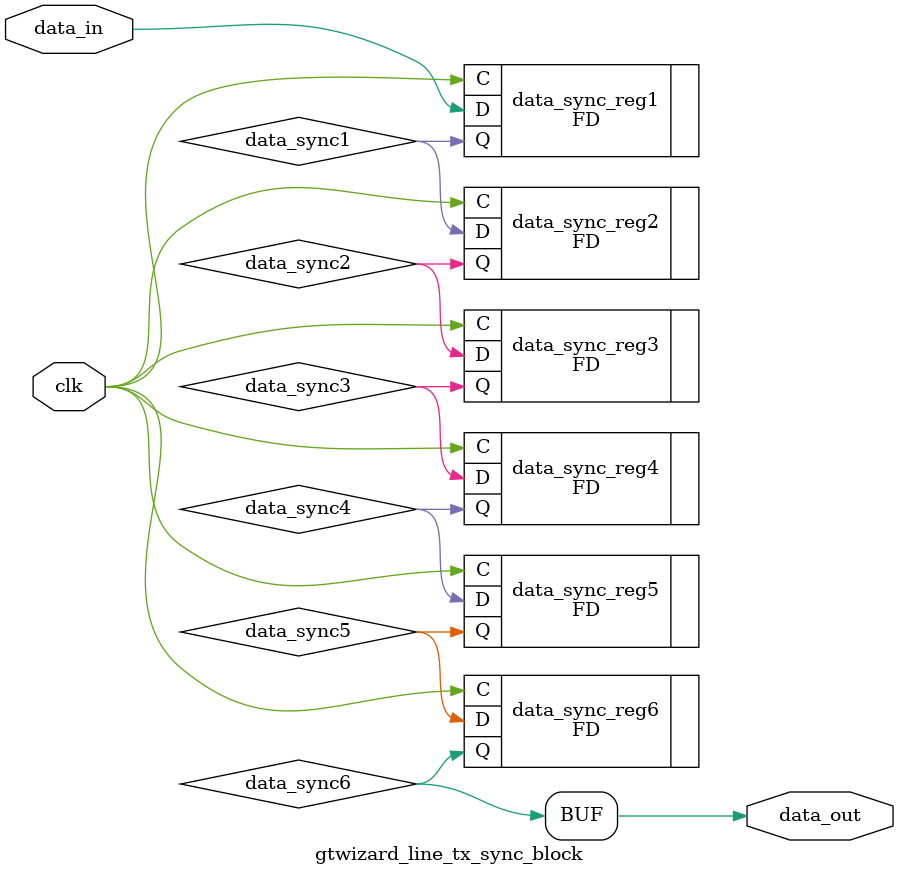
<source format=v>




`timescale 1ps / 1ps

//(* dont_touch = "yes" *)
module gtwizard_line_tx_sync_block #(
  parameter INITIALISE = 6'b000000
)
(
  input        clk,              // clock to be sync'ed to
  input        data_in,          // Data to be 'synced'
  output       data_out          // synced data
);

  // Internal Signals
  wire data_sync1;
  wire data_sync2;
  wire data_sync3;
  wire data_sync4;
  wire data_sync5;
  wire data_sync6;


  (* shreg_extract = "no", ASYNC_REG = "TRUE" *)
  FD #(
    .INIT (INITIALISE[0])
  ) data_sync_reg1 (
    .C  (clk),
    .D  (data_in),
    .Q  (data_sync1)
  );


  (* shreg_extract = "no", ASYNC_REG = "TRUE" *)
  FD #(
   .INIT (INITIALISE[1])
  ) data_sync_reg2 (
  .C  (clk),
  .D  (data_sync1),
  .Q  (data_sync2)
  );


  (* shreg_extract = "no", ASYNC_REG = "TRUE" *)
  FD #(
   .INIT (INITIALISE[2])
  ) data_sync_reg3 (
  .C  (clk),
  .D  (data_sync2),
  .Q  (data_sync3)
  );

  (* shreg_extract = "no", ASYNC_REG = "TRUE" *)
  FD #(
   .INIT (INITIALISE[3])
  ) data_sync_reg4 (
  .C  (clk),
  .D  (data_sync3),
  .Q  (data_sync4)
  );

  (* shreg_extract = "no", ASYNC_REG = "TRUE" *)
  FD #(
   .INIT (INITIALISE[4])
  ) data_sync_reg5 (
  .C  (clk),
  .D  (data_sync4),
  .Q  (data_sync5)
  );

  (* shreg_extract = "no", ASYNC_REG = "TRUE" *)
  FD #(
   .INIT (INITIALISE[5])
  ) data_sync_reg6 (
  .C  (clk),
  .D  (data_sync5),
  .Q  (data_sync6)
  );
  assign data_out = data_sync6;



endmodule

</source>
